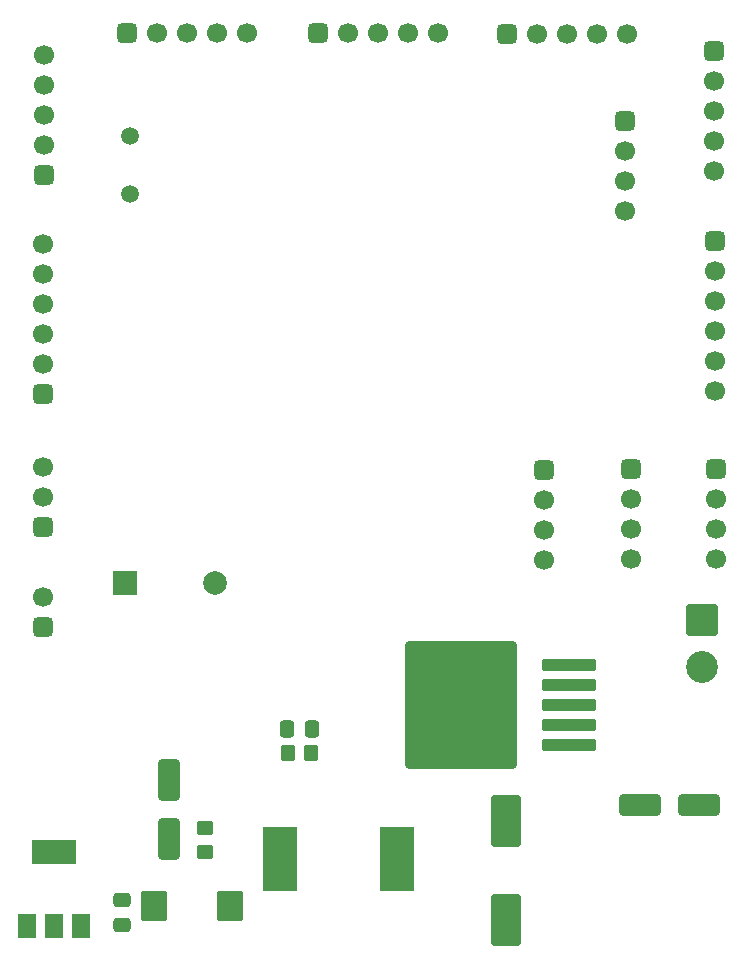
<source format=gbs>
G04 #@! TF.GenerationSoftware,KiCad,Pcbnew,7.0.8*
G04 #@! TF.CreationDate,2023-11-09T09:46:19+07:00*
G04 #@! TF.ProjectId,PCB v2,50434220-7632-42e6-9b69-6361645f7063,rev?*
G04 #@! TF.SameCoordinates,Original*
G04 #@! TF.FileFunction,Soldermask,Bot*
G04 #@! TF.FilePolarity,Negative*
%FSLAX46Y46*%
G04 Gerber Fmt 4.6, Leading zero omitted, Abs format (unit mm)*
G04 Created by KiCad (PCBNEW 7.0.8) date 2023-11-09 09:46:19*
%MOMM*%
%LPD*%
G01*
G04 APERTURE LIST*
G04 Aperture macros list*
%AMRoundRect*
0 Rectangle with rounded corners*
0 $1 Rounding radius*
0 $2 $3 $4 $5 $6 $7 $8 $9 X,Y pos of 4 corners*
0 Add a 4 corners polygon primitive as box body*
4,1,4,$2,$3,$4,$5,$6,$7,$8,$9,$2,$3,0*
0 Add four circle primitives for the rounded corners*
1,1,$1+$1,$2,$3*
1,1,$1+$1,$4,$5*
1,1,$1+$1,$6,$7*
1,1,$1+$1,$8,$9*
0 Add four rect primitives between the rounded corners*
20,1,$1+$1,$2,$3,$4,$5,0*
20,1,$1+$1,$4,$5,$6,$7,0*
20,1,$1+$1,$6,$7,$8,$9,0*
20,1,$1+$1,$8,$9,$2,$3,0*%
G04 Aperture macros list end*
%ADD10RoundRect,0.425000X-0.425000X0.425000X-0.425000X-0.425000X0.425000X-0.425000X0.425000X0.425000X0*%
%ADD11C,1.700000*%
%ADD12C,2.700000*%
%ADD13RoundRect,0.250001X-1.099999X1.099999X-1.099999X-1.099999X1.099999X-1.099999X1.099999X1.099999X0*%
%ADD14RoundRect,0.425000X-0.425000X-0.425000X0.425000X-0.425000X0.425000X0.425000X-0.425000X0.425000X0*%
%ADD15RoundRect,0.425000X0.425000X-0.425000X0.425000X0.425000X-0.425000X0.425000X-0.425000X-0.425000X0*%
%ADD16C,1.500000*%
%ADD17C,2.000000*%
%ADD18R,2.000000X2.000000*%
%ADD19RoundRect,0.250000X0.475000X-0.337500X0.475000X0.337500X-0.475000X0.337500X-0.475000X-0.337500X0*%
%ADD20RoundRect,0.250000X2.050000X0.300000X-2.050000X0.300000X-2.050000X-0.300000X2.050000X-0.300000X0*%
%ADD21RoundRect,0.250002X4.449998X5.149998X-4.449998X5.149998X-4.449998X-5.149998X4.449998X-5.149998X0*%
%ADD22RoundRect,0.250000X-0.650000X1.500000X-0.650000X-1.500000X0.650000X-1.500000X0.650000X1.500000X0*%
%ADD23R,2.900000X5.400000*%
%ADD24R,1.500000X2.000000*%
%ADD25R,3.800000X2.000000*%
%ADD26RoundRect,0.250000X0.450000X-0.350000X0.450000X0.350000X-0.450000X0.350000X-0.450000X-0.350000X0*%
%ADD27RoundRect,0.250000X-0.337500X-0.475000X0.337500X-0.475000X0.337500X0.475000X-0.337500X0.475000X0*%
%ADD28RoundRect,0.250000X-0.875000X-1.025000X0.875000X-1.025000X0.875000X1.025000X-0.875000X1.025000X0*%
%ADD29RoundRect,0.250000X-1.000000X1.950000X-1.000000X-1.950000X1.000000X-1.950000X1.000000X1.950000X0*%
%ADD30RoundRect,0.250000X-1.500000X-0.650000X1.500000X-0.650000X1.500000X0.650000X-1.500000X0.650000X0*%
%ADD31RoundRect,0.250000X0.350000X0.450000X-0.350000X0.450000X-0.350000X-0.450000X0.350000X-0.450000X0*%
G04 APERTURE END LIST*
D10*
X172058500Y-95500000D03*
D11*
X172058500Y-98040000D03*
X172058500Y-100580000D03*
X172058500Y-103120000D03*
D12*
X170930000Y-112252500D03*
D13*
X170930000Y-108292500D03*
D10*
X164358500Y-66080000D03*
D11*
X164358500Y-68620000D03*
X164358500Y-71160000D03*
X164358500Y-73700000D03*
D14*
X138368500Y-58600000D03*
D11*
X140908500Y-58600000D03*
X143448500Y-58600000D03*
X145988500Y-58600000D03*
X148528500Y-58600000D03*
X164890000Y-103160000D03*
X164890000Y-100620000D03*
X164890000Y-98080000D03*
D10*
X164890000Y-95540000D03*
D15*
X115098500Y-108930000D03*
D11*
X115098500Y-106390000D03*
D10*
X171957700Y-60170000D03*
D11*
X171957700Y-62710000D03*
X171957700Y-65250000D03*
X171957700Y-67790000D03*
X171957700Y-70330000D03*
D15*
X115174000Y-70622500D03*
D11*
X115174000Y-68082500D03*
X115174000Y-65542500D03*
X115174000Y-63002500D03*
X115174000Y-60462500D03*
D14*
X122248500Y-58600000D03*
D11*
X124788500Y-58600000D03*
X127328500Y-58600000D03*
X129868500Y-58600000D03*
X132408500Y-58600000D03*
D15*
X115078500Y-89200000D03*
D11*
X115078500Y-86660000D03*
X115078500Y-84120000D03*
X115078500Y-81580000D03*
X115078500Y-79040000D03*
X115078500Y-76500000D03*
X157544500Y-103230000D03*
X157544500Y-100690000D03*
X157544500Y-98150000D03*
D10*
X157544500Y-95610000D03*
X171997700Y-76240000D03*
D11*
X171997700Y-78780000D03*
X171997700Y-81320000D03*
X171997700Y-83860000D03*
X171997700Y-86400000D03*
X171997700Y-88940000D03*
D15*
X115118500Y-100420000D03*
D11*
X115118500Y-97880000D03*
X115118500Y-95340000D03*
D16*
X122458500Y-67337500D03*
X122458500Y-72217500D03*
D14*
X154418500Y-58650000D03*
D11*
X156958500Y-58650000D03*
X159498500Y-58650000D03*
X162038500Y-58650000D03*
X164578500Y-58650000D03*
D17*
X129660000Y-105210000D03*
D18*
X122060000Y-105210000D03*
D19*
X121818500Y-134127500D03*
X121818500Y-132052500D03*
D20*
X159668500Y-118930000D03*
X159668500Y-117230000D03*
D21*
X150518500Y-115530000D03*
D20*
X159668500Y-115530000D03*
X159668500Y-113830000D03*
X159668500Y-112130000D03*
D22*
X125748500Y-121820000D03*
X125748500Y-126820000D03*
D23*
X145048500Y-128530000D03*
X135148500Y-128530000D03*
D24*
X118318500Y-134240000D03*
X116018500Y-134240000D03*
D25*
X116018500Y-127940000D03*
D24*
X113718500Y-134240000D03*
D26*
X128788500Y-127950000D03*
X128788500Y-125950000D03*
D27*
X135780000Y-117530000D03*
X137855000Y-117530000D03*
D28*
X124518500Y-132552500D03*
X130918500Y-132552500D03*
D29*
X154328500Y-133700000D03*
X154328500Y-125300000D03*
D30*
X170658500Y-123950000D03*
X165658500Y-123950000D03*
D31*
X137817500Y-119570000D03*
X135817500Y-119570000D03*
M02*

</source>
